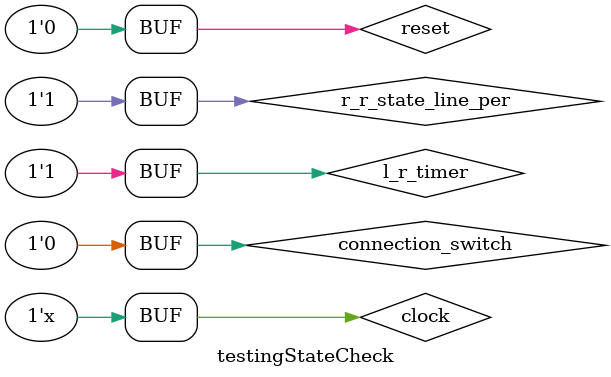
<source format=v>
`timescale 1us / 1ps

module testingStateCheck;

	// Inputs
	reg clock;
	reg reset;
	reg connection_switch;
	
	wire state_line, state_line_per;
	wire [31:0] timer, n_timer;
	wire l_r_timer, r_r_timer, timer_done, timer_reset;
	wire r_r_state_line_per, e_r_state_line_per;
	
	parameter timer_cap = 32'd500000, timer_reset_cap = 32'd500001;
	assign l_r_timer = 1'b1;
	assign r_r_timer = ~(reset | timer_reset);
	adder_subtractor_32bit a_timer(.a(timer), .b(32'd1), .want_subtract(1'b0), .c_out(), .s(n_timer) );
	register_32bit_enable_async r_timer(.clk(clock), .resetn(r_r_timer), .enable(l_r_timer), .select(l_r_timer), .d(n_timer), .q(timer) );
	assign timer_done = (timer == timer_cap) ? 1'b1 : 1'b0;
	assign timer_reset = (timer == timer_reset_cap) ? 1'b1 : 1'b0;
	
	assign r_r_state_line_per = ~reset;
	assign e_r_state_line_per = timer_done;
	T_FF_Enable_Async r_state_line_per(.clk(clock), .resetn(r_r_state_line_per), .enable(e_r_state_line_per), .q(state_line_per));
	
	mux_2_1bit m_state_line(.data0(state_line_per), .data1(1'b1), .sel(connection_switch),. result(state_line));
	
	// Outputs
	wire connection_flag;
	wire [1:0] sc_curr, sc_next;
	wire after_edge, before_edge, original_sl, new_sl;

	// Instantiate the Unit Under Test (UUT)
	HM_10_State_Check uut(
		.sc_curr(sc_curr), 
		.sc_next(sc_next),
		.original_sl(original_sl), 
		.new_sl(new_sl),
		.after_edge(after_edge),
		.before_edge(before_edge),
	
		.reset(reset),
		.clock(clock),
		.state_line(state_line), 
		.connection_flag(connection_flag)
	);
	
	always begin
		#1 clock = !clock;
	end

	initial begin
		// Initialize Inputs
		clock = 0;
		reset = 1;
		connection_switch = 0;

		// Wait 100 us for global reset to finish
		#100;
        
		// Add stimulus here
		#100 reset = 1'b0;
		
		#5000000 connection_switch = 1'b1;
		
		#25000000 connection_switch = 1'b0;
	end
	
endmodule


</source>
